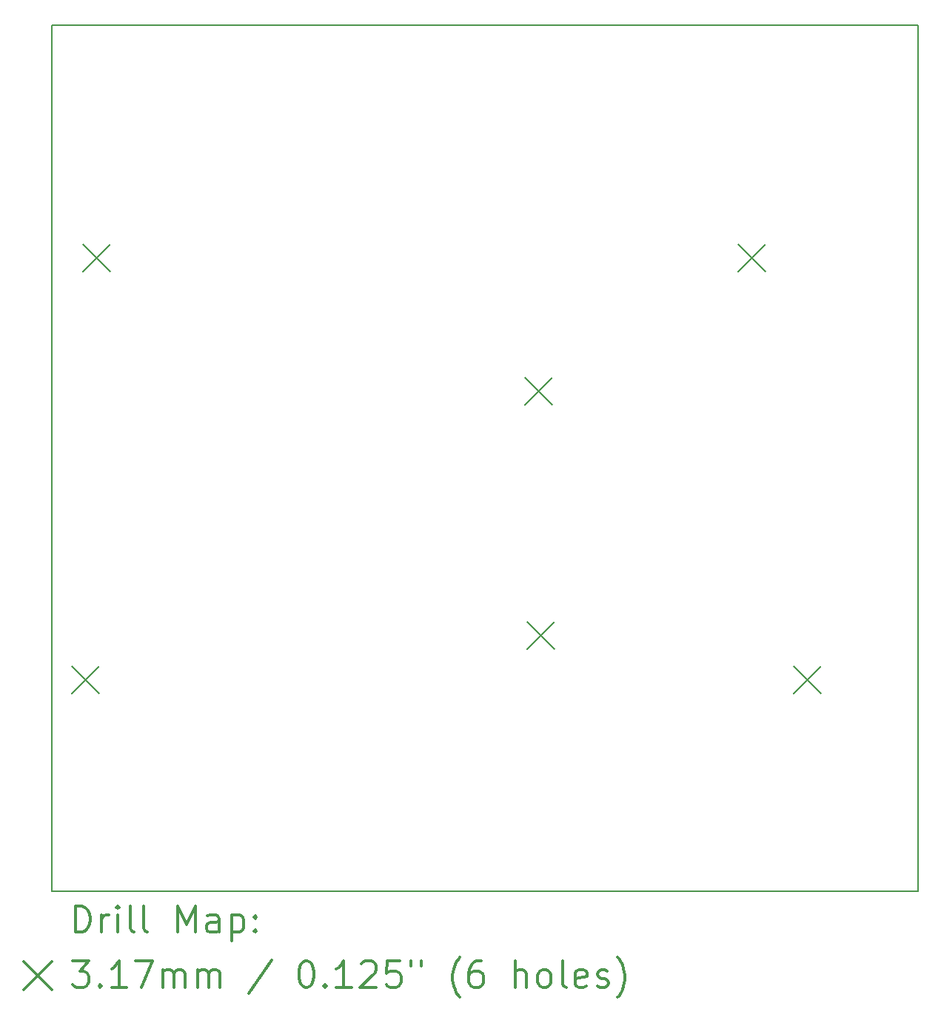
<source format=gbr>
%FSLAX45Y45*%
G04 Gerber Fmt 4.5, Leading zero omitted, Abs format (unit mm)*
G04 Created by KiCad (PCBNEW (2014-12-08 BZR 5317)-product) date mar. 23 déc. 2014 08:51:03 CET*
%MOMM*%
G01*
G04 APERTURE LIST*
%ADD10C,0.127000*%
%ADD11C,0.150000*%
%ADD12C,0.200000*%
%ADD13C,0.300000*%
G04 APERTURE END LIST*
D10*
D11*
X11430000Y-13208000D02*
X11430000Y-8255000D01*
X21336000Y-13208000D02*
X11430000Y-13208000D01*
X21336000Y-3302000D02*
X21336000Y-13208000D01*
X11430000Y-3302000D02*
X21336000Y-3302000D01*
X11430000Y-8255000D02*
X11430000Y-3302000D01*
D12*
X11652250Y-10636250D02*
X11969750Y-10953750D01*
X11969750Y-10636250D02*
X11652250Y-10953750D01*
X11779250Y-5810250D02*
X12096750Y-6127750D01*
X12096750Y-5810250D02*
X11779250Y-6127750D01*
X16833850Y-7334250D02*
X17151350Y-7651750D01*
X17151350Y-7334250D02*
X16833850Y-7651750D01*
X16859250Y-10128250D02*
X17176750Y-10445750D01*
X17176750Y-10128250D02*
X16859250Y-10445750D01*
X19272250Y-5810250D02*
X19589750Y-6127750D01*
X19589750Y-5810250D02*
X19272250Y-6127750D01*
X19907250Y-10636250D02*
X20224750Y-10953750D01*
X20224750Y-10636250D02*
X19907250Y-10953750D01*
D13*
X11693928Y-13681214D02*
X11693928Y-13381214D01*
X11765357Y-13381214D01*
X11808214Y-13395500D01*
X11836786Y-13424071D01*
X11851071Y-13452643D01*
X11865357Y-13509786D01*
X11865357Y-13552643D01*
X11851071Y-13609786D01*
X11836786Y-13638357D01*
X11808214Y-13666929D01*
X11765357Y-13681214D01*
X11693928Y-13681214D01*
X11993928Y-13681214D02*
X11993928Y-13481214D01*
X11993928Y-13538357D02*
X12008214Y-13509786D01*
X12022500Y-13495500D01*
X12051071Y-13481214D01*
X12079643Y-13481214D01*
X12179643Y-13681214D02*
X12179643Y-13481214D01*
X12179643Y-13381214D02*
X12165357Y-13395500D01*
X12179643Y-13409786D01*
X12193928Y-13395500D01*
X12179643Y-13381214D01*
X12179643Y-13409786D01*
X12365357Y-13681214D02*
X12336786Y-13666929D01*
X12322500Y-13638357D01*
X12322500Y-13381214D01*
X12522500Y-13681214D02*
X12493928Y-13666929D01*
X12479643Y-13638357D01*
X12479643Y-13381214D01*
X12865357Y-13681214D02*
X12865357Y-13381214D01*
X12965357Y-13595500D01*
X13065357Y-13381214D01*
X13065357Y-13681214D01*
X13336786Y-13681214D02*
X13336786Y-13524071D01*
X13322500Y-13495500D01*
X13293928Y-13481214D01*
X13236786Y-13481214D01*
X13208214Y-13495500D01*
X13336786Y-13666929D02*
X13308214Y-13681214D01*
X13236786Y-13681214D01*
X13208214Y-13666929D01*
X13193928Y-13638357D01*
X13193928Y-13609786D01*
X13208214Y-13581214D01*
X13236786Y-13566929D01*
X13308214Y-13566929D01*
X13336786Y-13552643D01*
X13479643Y-13481214D02*
X13479643Y-13781214D01*
X13479643Y-13495500D02*
X13508214Y-13481214D01*
X13565357Y-13481214D01*
X13593928Y-13495500D01*
X13608214Y-13509786D01*
X13622500Y-13538357D01*
X13622500Y-13624071D01*
X13608214Y-13652643D01*
X13593928Y-13666929D01*
X13565357Y-13681214D01*
X13508214Y-13681214D01*
X13479643Y-13666929D01*
X13751071Y-13652643D02*
X13765357Y-13666929D01*
X13751071Y-13681214D01*
X13736786Y-13666929D01*
X13751071Y-13652643D01*
X13751071Y-13681214D01*
X13751071Y-13495500D02*
X13765357Y-13509786D01*
X13751071Y-13524071D01*
X13736786Y-13509786D01*
X13751071Y-13495500D01*
X13751071Y-13524071D01*
X11105000Y-14016750D02*
X11422500Y-14334250D01*
X11422500Y-14016750D02*
X11105000Y-14334250D01*
X11665357Y-14011214D02*
X11851071Y-14011214D01*
X11751071Y-14125500D01*
X11793928Y-14125500D01*
X11822500Y-14139786D01*
X11836786Y-14154071D01*
X11851071Y-14182643D01*
X11851071Y-14254071D01*
X11836786Y-14282643D01*
X11822500Y-14296929D01*
X11793928Y-14311214D01*
X11708214Y-14311214D01*
X11679643Y-14296929D01*
X11665357Y-14282643D01*
X11979643Y-14282643D02*
X11993928Y-14296929D01*
X11979643Y-14311214D01*
X11965357Y-14296929D01*
X11979643Y-14282643D01*
X11979643Y-14311214D01*
X12279643Y-14311214D02*
X12108214Y-14311214D01*
X12193928Y-14311214D02*
X12193928Y-14011214D01*
X12165357Y-14054071D01*
X12136786Y-14082643D01*
X12108214Y-14096929D01*
X12379643Y-14011214D02*
X12579643Y-14011214D01*
X12451071Y-14311214D01*
X12693928Y-14311214D02*
X12693928Y-14111214D01*
X12693928Y-14139786D02*
X12708214Y-14125500D01*
X12736786Y-14111214D01*
X12779643Y-14111214D01*
X12808214Y-14125500D01*
X12822500Y-14154071D01*
X12822500Y-14311214D01*
X12822500Y-14154071D02*
X12836786Y-14125500D01*
X12865357Y-14111214D01*
X12908214Y-14111214D01*
X12936786Y-14125500D01*
X12951071Y-14154071D01*
X12951071Y-14311214D01*
X13093928Y-14311214D02*
X13093928Y-14111214D01*
X13093928Y-14139786D02*
X13108214Y-14125500D01*
X13136786Y-14111214D01*
X13179643Y-14111214D01*
X13208214Y-14125500D01*
X13222500Y-14154071D01*
X13222500Y-14311214D01*
X13222500Y-14154071D02*
X13236786Y-14125500D01*
X13265357Y-14111214D01*
X13308214Y-14111214D01*
X13336786Y-14125500D01*
X13351071Y-14154071D01*
X13351071Y-14311214D01*
X13936786Y-13996929D02*
X13679643Y-14382643D01*
X14322500Y-14011214D02*
X14351071Y-14011214D01*
X14379643Y-14025500D01*
X14393928Y-14039786D01*
X14408214Y-14068357D01*
X14422500Y-14125500D01*
X14422500Y-14196929D01*
X14408214Y-14254071D01*
X14393928Y-14282643D01*
X14379643Y-14296929D01*
X14351071Y-14311214D01*
X14322500Y-14311214D01*
X14293928Y-14296929D01*
X14279643Y-14282643D01*
X14265357Y-14254071D01*
X14251071Y-14196929D01*
X14251071Y-14125500D01*
X14265357Y-14068357D01*
X14279643Y-14039786D01*
X14293928Y-14025500D01*
X14322500Y-14011214D01*
X14551071Y-14282643D02*
X14565357Y-14296929D01*
X14551071Y-14311214D01*
X14536786Y-14296929D01*
X14551071Y-14282643D01*
X14551071Y-14311214D01*
X14851071Y-14311214D02*
X14679643Y-14311214D01*
X14765357Y-14311214D02*
X14765357Y-14011214D01*
X14736785Y-14054071D01*
X14708214Y-14082643D01*
X14679643Y-14096929D01*
X14965357Y-14039786D02*
X14979643Y-14025500D01*
X15008214Y-14011214D01*
X15079643Y-14011214D01*
X15108214Y-14025500D01*
X15122500Y-14039786D01*
X15136785Y-14068357D01*
X15136785Y-14096929D01*
X15122500Y-14139786D01*
X14951071Y-14311214D01*
X15136785Y-14311214D01*
X15408214Y-14011214D02*
X15265357Y-14011214D01*
X15251071Y-14154071D01*
X15265357Y-14139786D01*
X15293928Y-14125500D01*
X15365357Y-14125500D01*
X15393928Y-14139786D01*
X15408214Y-14154071D01*
X15422500Y-14182643D01*
X15422500Y-14254071D01*
X15408214Y-14282643D01*
X15393928Y-14296929D01*
X15365357Y-14311214D01*
X15293928Y-14311214D01*
X15265357Y-14296929D01*
X15251071Y-14282643D01*
X15536786Y-14011214D02*
X15536786Y-14068357D01*
X15651071Y-14011214D02*
X15651071Y-14068357D01*
X16093928Y-14425500D02*
X16079643Y-14411214D01*
X16051071Y-14368357D01*
X16036785Y-14339786D01*
X16022500Y-14296929D01*
X16008214Y-14225500D01*
X16008214Y-14168357D01*
X16022500Y-14096929D01*
X16036785Y-14054071D01*
X16051071Y-14025500D01*
X16079643Y-13982643D01*
X16093928Y-13968357D01*
X16336785Y-14011214D02*
X16279643Y-14011214D01*
X16251071Y-14025500D01*
X16236785Y-14039786D01*
X16208214Y-14082643D01*
X16193928Y-14139786D01*
X16193928Y-14254071D01*
X16208214Y-14282643D01*
X16222500Y-14296929D01*
X16251071Y-14311214D01*
X16308214Y-14311214D01*
X16336785Y-14296929D01*
X16351071Y-14282643D01*
X16365357Y-14254071D01*
X16365357Y-14182643D01*
X16351071Y-14154071D01*
X16336785Y-14139786D01*
X16308214Y-14125500D01*
X16251071Y-14125500D01*
X16222500Y-14139786D01*
X16208214Y-14154071D01*
X16193928Y-14182643D01*
X16722500Y-14311214D02*
X16722500Y-14011214D01*
X16851071Y-14311214D02*
X16851071Y-14154071D01*
X16836786Y-14125500D01*
X16808214Y-14111214D01*
X16765357Y-14111214D01*
X16736785Y-14125500D01*
X16722500Y-14139786D01*
X17036786Y-14311214D02*
X17008214Y-14296929D01*
X16993928Y-14282643D01*
X16979643Y-14254071D01*
X16979643Y-14168357D01*
X16993928Y-14139786D01*
X17008214Y-14125500D01*
X17036786Y-14111214D01*
X17079643Y-14111214D01*
X17108214Y-14125500D01*
X17122500Y-14139786D01*
X17136786Y-14168357D01*
X17136786Y-14254071D01*
X17122500Y-14282643D01*
X17108214Y-14296929D01*
X17079643Y-14311214D01*
X17036786Y-14311214D01*
X17308214Y-14311214D02*
X17279643Y-14296929D01*
X17265357Y-14268357D01*
X17265357Y-14011214D01*
X17536786Y-14296929D02*
X17508214Y-14311214D01*
X17451071Y-14311214D01*
X17422500Y-14296929D01*
X17408214Y-14268357D01*
X17408214Y-14154071D01*
X17422500Y-14125500D01*
X17451071Y-14111214D01*
X17508214Y-14111214D01*
X17536786Y-14125500D01*
X17551071Y-14154071D01*
X17551071Y-14182643D01*
X17408214Y-14211214D01*
X17665357Y-14296929D02*
X17693929Y-14311214D01*
X17751071Y-14311214D01*
X17779643Y-14296929D01*
X17793929Y-14268357D01*
X17793929Y-14254071D01*
X17779643Y-14225500D01*
X17751071Y-14211214D01*
X17708214Y-14211214D01*
X17679643Y-14196929D01*
X17665357Y-14168357D01*
X17665357Y-14154071D01*
X17679643Y-14125500D01*
X17708214Y-14111214D01*
X17751071Y-14111214D01*
X17779643Y-14125500D01*
X17893928Y-14425500D02*
X17908214Y-14411214D01*
X17936786Y-14368357D01*
X17951071Y-14339786D01*
X17965357Y-14296929D01*
X17979643Y-14225500D01*
X17979643Y-14168357D01*
X17965357Y-14096929D01*
X17951071Y-14054071D01*
X17936786Y-14025500D01*
X17908214Y-13982643D01*
X17893928Y-13968357D01*
M02*

</source>
